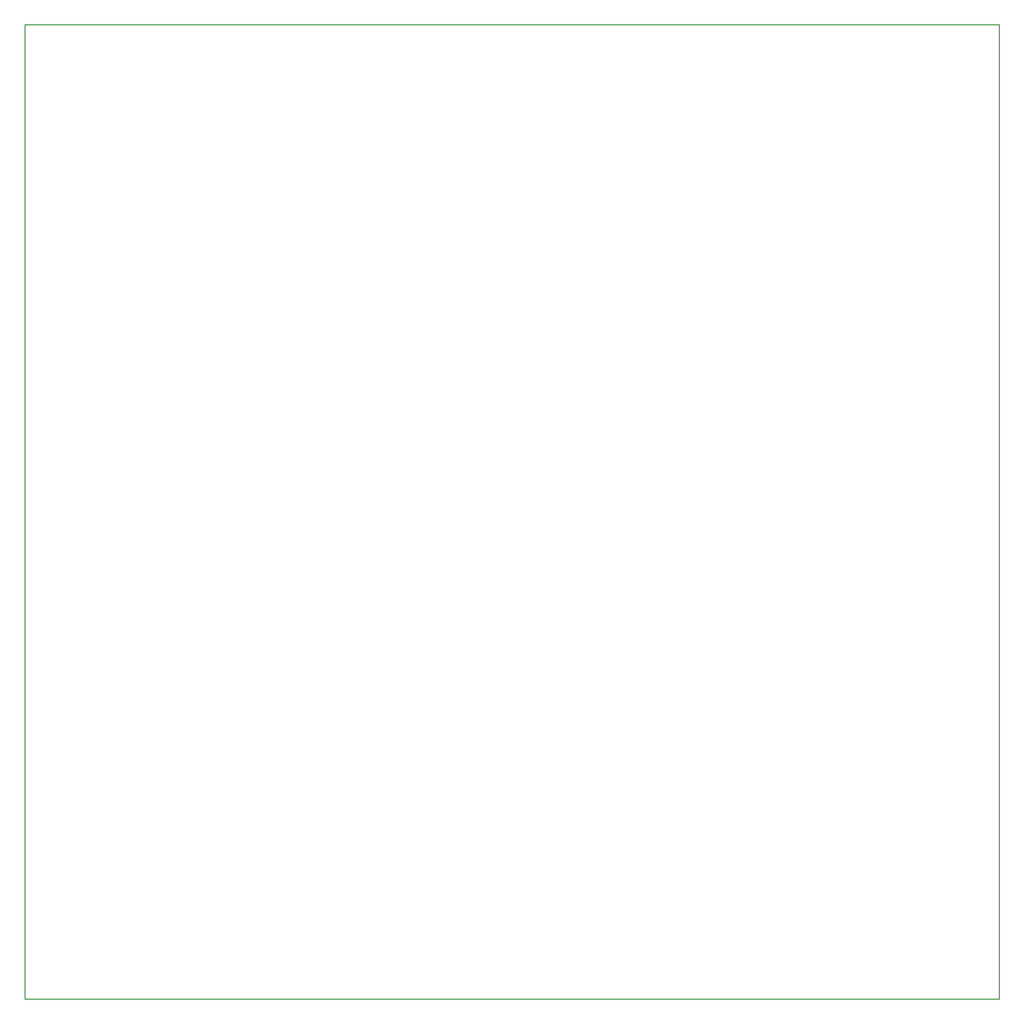
<source format=gbr>
G04 (created by PCBNEW-RS274X (2011-07-19)-testing) date Tue 31 Jan 2012 04:13:43 PM PST*
G01*
G70*
G90*
%MOIN*%
G04 Gerber Fmt 3.4, Leading zero omitted, Abs format*
%FSLAX34Y34*%
G04 APERTURE LIST*
%ADD10C,0.006000*%
%ADD11C,0.015000*%
G04 APERTURE END LIST*
G54D10*
G54D11*
X10000Y-165000D02*
X10000Y-10000D01*
X165000Y-165000D02*
X10000Y-165000D01*
X165000Y-10000D02*
X165000Y-165000D01*
X10000Y-10000D02*
X165000Y-10000D01*
M02*

</source>
